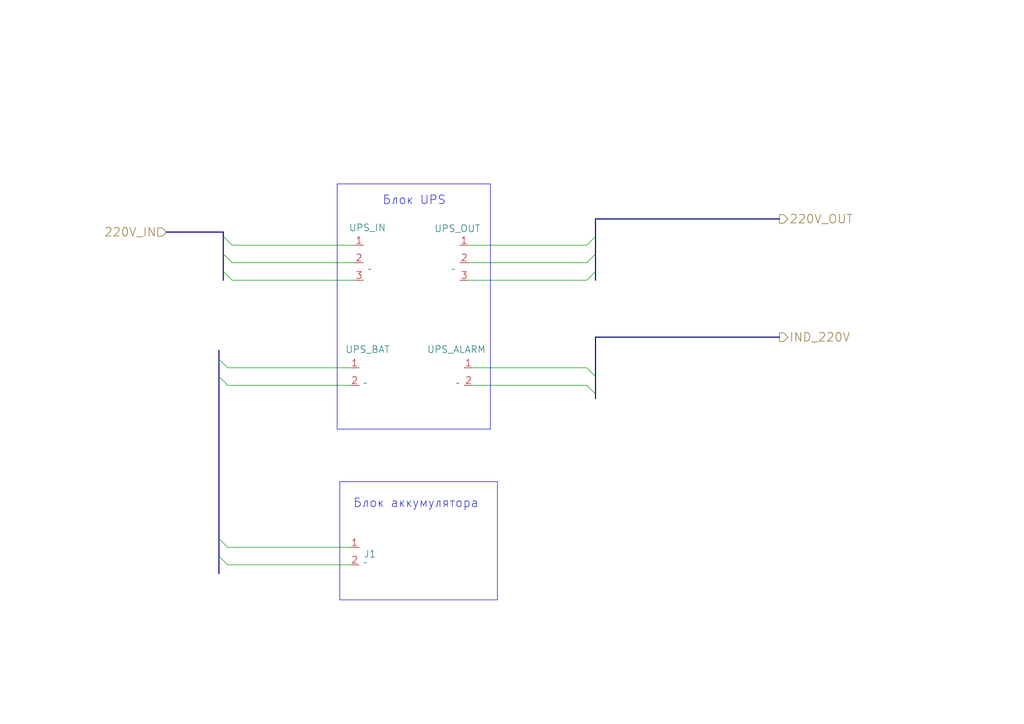
<source format=kicad_sch>
(kicad_sch (version 20231120) (generator "eeschema") (generator_version "8.0")
  (paper "A4")
  (lib_symbols
    (symbol "Connector:Conn_01x02_(wide)"
      (property "Reference" "J" (at 0 0 0))
      (symbol "Conn_01x02_(wide)_1_1"
        (pin input line (at -2.54 -5.08 0) (length 2.54) (name "") (number "1"))
        (pin input line (at -2.54 -10.16 0) (length 2.54) (name "") (number "2"))
      )
    )
    (symbol "Connector:Conn_01x03_(wide)"
      (property "Reference" "J" (at 0 0 0))
      (symbol "Conn_01x03_(wide)_1_1"
        (pin input line (at -2.54 -5.08 0) (length 2.54) (name "") (number "1"))
        (pin input line (at -2.54 -10.16 0) (length 2.54) (name "") (number "2"))
        (pin input line (at -2.54 -15.24 0) (length 2.54) (name "") (number "3"))
      )
    )
  )
  (bus_entry (at 172.72 78.74) (size -2.54 2.54))
  (bus_entry (at 64.77 68.58) (size 2.54 2.54))
  (bus_entry (at 63.5 109.22) (size 2.54 2.54))
  (bus_entry (at 63.5 161.29) (size 2.54 2.54))
  (bus_entry (at 64.77 78.74) (size 2.54 2.54))
  (bus_entry (at 170.18 106.68) (size 2.54 2.54))
  (bus_entry (at 63.5 156.21) (size 2.54 2.54))
  (bus_entry (at 172.72 68.58) (size -2.54 2.54))
  (bus_entry (at 63.5 104.14) (size 2.54 2.54))
  (bus_entry (at 64.77 73.66) (size 2.54 2.54))
  (bus_entry (at 172.72 73.66) (size -2.54 2.54))
  (bus_entry (at 170.18 111.76) (size 2.54 2.54))
  (bus (pts (xy 172.72 115.57) (xy 172.72 114.3)))
  (bus (pts (xy 172.72 68.58) (xy 172.72 73.66)))
  (wire (pts (xy 137.16 106.68) (xy 170.18 106.68)))
  (bus (pts (xy 63.5 161.29) (xy 63.5 166.37)))
  (bus (pts (xy 64.77 78.74) (xy 64.77 81.28)))
  (bus (pts (xy 63.5 104.14) (xy 63.5 109.22)))
  (wire (pts (xy 135.89 71.12) (xy 170.18 71.12)))
  (wire (pts (xy 66.04 163.83) (xy 101.6 163.83)))
  (wire (pts (xy 67.31 71.12) (xy 102.87 71.12)))
  (bus (pts (xy 64.77 73.66) (xy 64.77 78.74)))
  (wire (pts (xy 67.31 81.28) (xy 102.87 81.28)))
  (bus (pts (xy 63.5 156.21) (xy 63.5 161.29)))
  (wire (pts (xy 66.04 158.75) (xy 101.6 158.75)))
  (bus (pts (xy 172.72 63.5) (xy 172.72 68.58)))
  (bus (pts (xy 172.72 63.5) (xy 226.06 63.5)))
  (wire (pts (xy 66.04 106.68) (xy 101.6 106.68)))
  (bus (pts (xy 64.77 67.31) (xy 64.77 68.58)))
  (bus (pts (xy 63.5 109.22) (xy 63.5 156.21)))
  (bus (pts (xy 172.72 73.66) (xy 172.72 78.74)))
  (bus (pts (xy 172.72 78.74) (xy 172.72 81.28)))
  (bus (pts (xy 48.26 67.31) (xy 64.77 67.31)))
  (bus (pts (xy 63.5 101.6) (xy 63.5 104.14)))
  (wire (pts (xy 135.89 76.2) (xy 170.18 76.2)))
  (bus (pts (xy 172.72 109.22) (xy 172.72 97.79)))
  (wire (pts (xy 135.89 81.28) (xy 170.18 81.28)))
  (wire (pts (xy 67.31 76.2) (xy 102.87 76.2)))
  (bus (pts (xy 172.72 114.3) (xy 172.72 109.22)))
  (wire (pts (xy 66.04 111.76) (xy 101.6 111.76)))
  (bus (pts (xy 172.72 97.79) (xy 226.06 97.79)))
  (bus (pts (xy 64.77 68.58) (xy 64.77 73.66)))
  (wire (pts (xy 137.16 111.76) (xy 170.18 111.76)))
  (rectangle (start 97.79 53.34) (end 142.24 124.46))
  (rectangle (start 98.552 139.7) (end 144.272 173.99))
  (text "Блок UPS" (at 120.142 58.166 0) (effects (font (size 2.5 2.5))))
  (text "Блок аккумулятора" (at 120.65 146.05 0) (effects (font (size 2.5 2.5))))
  (hierarchical_label "220V_OUT" (shape output) (at 226.06 63.5 0) (effects (font (size 2.5 2.5))))
  (hierarchical_label "IND_220V" (shape output) (at 226.06 97.79 0) (effects (font (size 2.5 2.5))))
  (hierarchical_label "220V_IN" (shape input) (at 48.26 67.31 180) (effects (font (size 2.5 2.5))))
  (symbol (lib_id "Connector:Conn_01x02_(wide)") (at 104.14 153.67 0) (unit 1)
    (property "Reference" "J1" (at 105.41 160.6549 0) (effects (font (size 2 2)) (justify left)))
    (property "Value" "~" (at 105.41 163.195 0) (effects (justify left)))
  )
  (symbol (lib_id "Connector:Conn_01x03_(wide)") (at 105.41 66.04 0) (unit 1)
    (property "Reference" "UPS_IN" (at 101.092 66.04 0) (effects (font (size 2 2)) (justify left)))
    (property "Value" "~" (at 106.68 78.105 0) (effects (justify left)))
  )
  (symbol (lib_id "Connector:Conn_01x02_(wide)") (at 134.62 101.6 0) (mirror y) (unit 1)
    (property "Reference" "UPS_ALARM" (at 140.97 101.346 0) (effects (font (size 2 2)) (justify left)))
    (property "Value" "~" (at 133.35 111.125 0) (effects (justify left)))
  )
  (symbol (lib_id "Connector:Conn_01x02_(wide)") (at 104.14 101.6 0) (unit 1)
    (property "Reference" "UPS_BAT" (at 100.076 101.346 0) (effects (font (size 2 2)) (justify left)))
    (property "Value" "~" (at 105.41 111.125 0) (effects (justify left)))
  )
  (symbol (lib_id "Connector:Conn_01x03_(wide)") (at 133.35 66.04 0) (mirror y) (unit 1)
    (property "Reference" "UPS_OUT" (at 139.446 66.294 0) (effects (font (size 2 2)) (justify left)))
    (property "Value" "~" (at 132.08 78.105 0) (effects (justify left)))
  )
)
</source>
